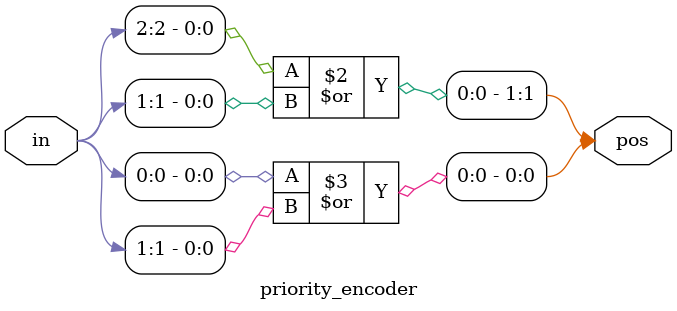
<source format=v>
module priority_encoder( 
input [2:0] in,
output reg [1:0] pos ); 
// When sel=1, assign b to out
always @(*) 
begin 
pos[1] = (in[2]) | (in[1]); 
pos[0] = (in[0]) | (in[1]); 
end 
endmodule

</source>
